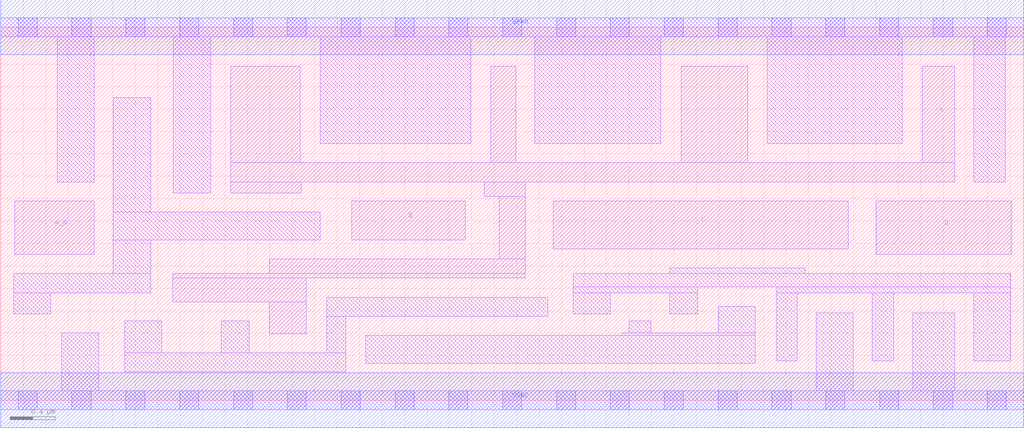
<source format=lef>
# Copyright 2020 The SkyWater PDK Authors
#
# Licensed under the Apache License, Version 2.0 (the "License");
# you may not use this file except in compliance with the License.
# You may obtain a copy of the License at
#
#     https://www.apache.org/licenses/LICENSE-2.0
#
# Unless required by applicable law or agreed to in writing, software
# distributed under the License is distributed on an "AS IS" BASIS,
# WITHOUT WARRANTIES OR CONDITIONS OF ANY KIND, either express or implied.
# See the License for the specific language governing permissions and
# limitations under the License.
#
# SPDX-License-Identifier: Apache-2.0

VERSION 5.7 ;
  NAMESCASESENSITIVE ON ;
  NOWIREEXTENSIONATPIN ON ;
  DIVIDERCHAR "/" ;
  BUSBITCHARS "[]" ;
UNITS
  DATABASE MICRONS 200 ;
END UNITS
MACRO sky130_fd_sc_hs__nand4b_4
  CLASS CORE ;
  SOURCE USER ;
  FOREIGN sky130_fd_sc_hs__nand4b_4 ;
  ORIGIN  0.000000  0.000000 ;
  SIZE  9.120000 BY  3.330000 ;
  SYMMETRY X Y ;
  SITE unit ;
  PIN A_N
    ANTENNAGATEAREA  0.363000 ;
    DIRECTION INPUT ;
    USE SIGNAL ;
    PORT
      LAYER li1 ;
        RECT 0.125000 1.300000 0.835000 1.780000 ;
    END
  END A_N
  PIN B
    ANTENNAGATEAREA  0.780000 ;
    DIRECTION INPUT ;
    USE SIGNAL ;
    PORT
      LAYER li1 ;
        RECT 3.130000 1.430000 4.140000 1.780000 ;
    END
  END B
  PIN C
    ANTENNAGATEAREA  0.780000 ;
    DIRECTION INPUT ;
    USE SIGNAL ;
    PORT
      LAYER li1 ;
        RECT 4.925000 1.350000 7.555000 1.780000 ;
    END
  END C
  PIN D
    ANTENNAGATEAREA  0.780000 ;
    DIRECTION INPUT ;
    USE SIGNAL ;
    PORT
      LAYER li1 ;
        RECT 7.805000 1.300000 9.015000 1.780000 ;
    END
  END D
  PIN Y
    ANTENNADIFFAREA  2.665600 ;
    DIRECTION OUTPUT ;
    USE SIGNAL ;
    PORT
      LAYER li1 ;
        RECT 1.535000 0.880000 2.725000 1.090000 ;
        RECT 1.535000 1.090000 4.675000 1.130000 ;
        RECT 2.050000 1.850000 2.680000 1.950000 ;
        RECT 2.050000 1.950000 8.505000 2.120000 ;
        RECT 2.050000 2.120000 2.670000 2.980000 ;
        RECT 2.395000 0.595000 2.725000 0.880000 ;
        RECT 2.395000 1.130000 4.675000 1.260000 ;
        RECT 4.310000 1.820000 4.675000 1.950000 ;
        RECT 4.370000 2.120000 4.590000 2.980000 ;
        RECT 4.445000 1.260000 4.675000 1.820000 ;
        RECT 6.065000 2.120000 6.660000 2.980000 ;
        RECT 8.215000 2.120000 8.505000 2.980000 ;
    END
  END Y
  PIN VGND
    DIRECTION INOUT ;
    USE GROUND ;
    PORT
      LAYER met1 ;
        RECT 0.000000 -0.245000 9.120000 0.245000 ;
    END
  END VGND
  PIN VPWR
    DIRECTION INOUT ;
    USE POWER ;
    PORT
      LAYER met1 ;
        RECT 0.000000 3.085000 9.120000 3.575000 ;
    END
  END VPWR
  OBS
    LAYER li1 ;
      RECT 0.000000 -0.085000 9.120000 0.085000 ;
      RECT 0.000000  3.245000 9.120000 3.415000 ;
      RECT 0.115000  0.770000 0.445000 0.960000 ;
      RECT 0.115000  0.960000 1.335000 1.130000 ;
      RECT 0.505000  1.950000 0.835000 3.245000 ;
      RECT 0.545000  0.085000 0.875000 0.600000 ;
      RECT 1.005000  1.130000 1.335000 1.430000 ;
      RECT 1.005000  1.430000 2.850000 1.680000 ;
      RECT 1.005000  1.680000 1.335000 2.700000 ;
      RECT 1.105000  0.255000 3.075000 0.425000 ;
      RECT 1.105000  0.425000 1.435000 0.710000 ;
      RECT 1.540000  1.850000 1.870000 3.245000 ;
      RECT 1.965000  0.425000 2.215000 0.710000 ;
      RECT 2.850000  2.290000 4.190000 3.245000 ;
      RECT 2.905000  0.425000 3.075000 0.750000 ;
      RECT 2.905000  0.750000 4.875000 0.920000 ;
      RECT 3.255000  0.330000 6.725000 0.580000 ;
      RECT 4.760000  2.290000 5.885000 3.245000 ;
      RECT 5.105000  0.770000 5.435000 0.960000 ;
      RECT 5.105000  0.960000 6.215000 1.010000 ;
      RECT 5.105000  1.010000 9.005000 1.130000 ;
      RECT 5.535000  0.580000 6.725000 0.600000 ;
      RECT 5.605000  0.600000 5.795000 0.710000 ;
      RECT 5.965000  0.770000 6.215000 0.960000 ;
      RECT 5.965000  1.130000 7.170000 1.180000 ;
      RECT 6.395000  0.600000 6.725000 0.840000 ;
      RECT 6.835000  2.290000 8.035000 3.245000 ;
      RECT 6.920000  0.350000 7.100000 0.960000 ;
      RECT 6.920000  0.960000 9.005000 1.010000 ;
      RECT 7.270000  0.085000 7.600000 0.780000 ;
      RECT 7.770000  0.350000 7.960000 0.960000 ;
      RECT 8.130000  0.085000 8.505000 0.780000 ;
      RECT 8.675000  0.350000 9.005000 0.960000 ;
      RECT 8.675000  1.950000 8.955000 3.245000 ;
    LAYER mcon ;
      RECT 0.155000 -0.085000 0.325000 0.085000 ;
      RECT 0.155000  3.245000 0.325000 3.415000 ;
      RECT 0.635000 -0.085000 0.805000 0.085000 ;
      RECT 0.635000  3.245000 0.805000 3.415000 ;
      RECT 1.115000 -0.085000 1.285000 0.085000 ;
      RECT 1.115000  3.245000 1.285000 3.415000 ;
      RECT 1.595000 -0.085000 1.765000 0.085000 ;
      RECT 1.595000  3.245000 1.765000 3.415000 ;
      RECT 2.075000 -0.085000 2.245000 0.085000 ;
      RECT 2.075000  3.245000 2.245000 3.415000 ;
      RECT 2.555000 -0.085000 2.725000 0.085000 ;
      RECT 2.555000  3.245000 2.725000 3.415000 ;
      RECT 3.035000 -0.085000 3.205000 0.085000 ;
      RECT 3.035000  3.245000 3.205000 3.415000 ;
      RECT 3.515000 -0.085000 3.685000 0.085000 ;
      RECT 3.515000  3.245000 3.685000 3.415000 ;
      RECT 3.995000 -0.085000 4.165000 0.085000 ;
      RECT 3.995000  3.245000 4.165000 3.415000 ;
      RECT 4.475000 -0.085000 4.645000 0.085000 ;
      RECT 4.475000  3.245000 4.645000 3.415000 ;
      RECT 4.955000 -0.085000 5.125000 0.085000 ;
      RECT 4.955000  3.245000 5.125000 3.415000 ;
      RECT 5.435000 -0.085000 5.605000 0.085000 ;
      RECT 5.435000  3.245000 5.605000 3.415000 ;
      RECT 5.915000 -0.085000 6.085000 0.085000 ;
      RECT 5.915000  3.245000 6.085000 3.415000 ;
      RECT 6.395000 -0.085000 6.565000 0.085000 ;
      RECT 6.395000  3.245000 6.565000 3.415000 ;
      RECT 6.875000 -0.085000 7.045000 0.085000 ;
      RECT 6.875000  3.245000 7.045000 3.415000 ;
      RECT 7.355000 -0.085000 7.525000 0.085000 ;
      RECT 7.355000  3.245000 7.525000 3.415000 ;
      RECT 7.835000 -0.085000 8.005000 0.085000 ;
      RECT 7.835000  3.245000 8.005000 3.415000 ;
      RECT 8.315000 -0.085000 8.485000 0.085000 ;
      RECT 8.315000  3.245000 8.485000 3.415000 ;
      RECT 8.795000 -0.085000 8.965000 0.085000 ;
      RECT 8.795000  3.245000 8.965000 3.415000 ;
  END
END sky130_fd_sc_hs__nand4b_4

</source>
